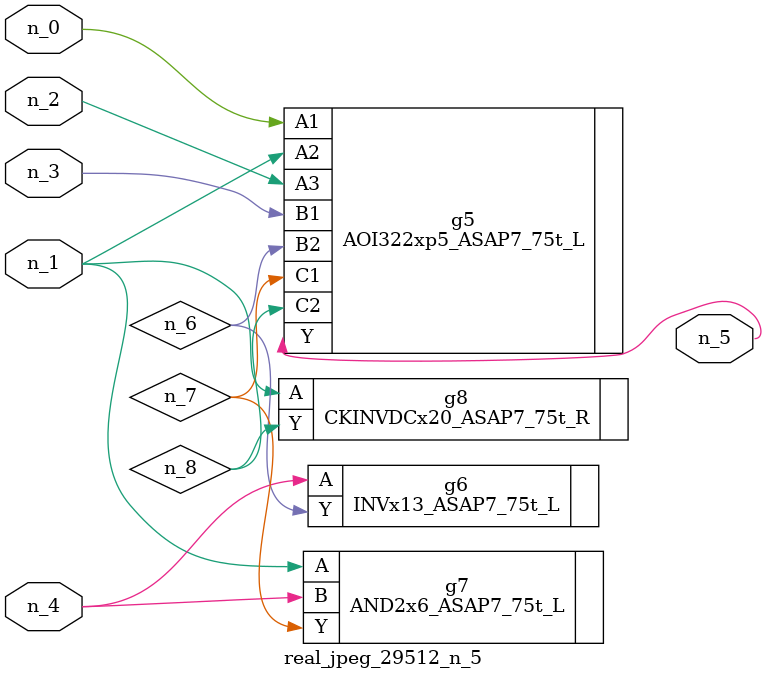
<source format=v>
module real_jpeg_29512_n_5 (n_4, n_0, n_1, n_2, n_3, n_5);

input n_4;
input n_0;
input n_1;
input n_2;
input n_3;

output n_5;

wire n_8;
wire n_6;
wire n_7;

AOI322xp5_ASAP7_75t_L g5 ( 
.A1(n_0),
.A2(n_1),
.A3(n_2),
.B1(n_3),
.B2(n_6),
.C1(n_7),
.C2(n_8),
.Y(n_5)
);

AND2x6_ASAP7_75t_L g7 ( 
.A(n_1),
.B(n_4),
.Y(n_7)
);

CKINVDCx20_ASAP7_75t_R g8 ( 
.A(n_1),
.Y(n_8)
);

INVx13_ASAP7_75t_L g6 ( 
.A(n_4),
.Y(n_6)
);


endmodule
</source>
